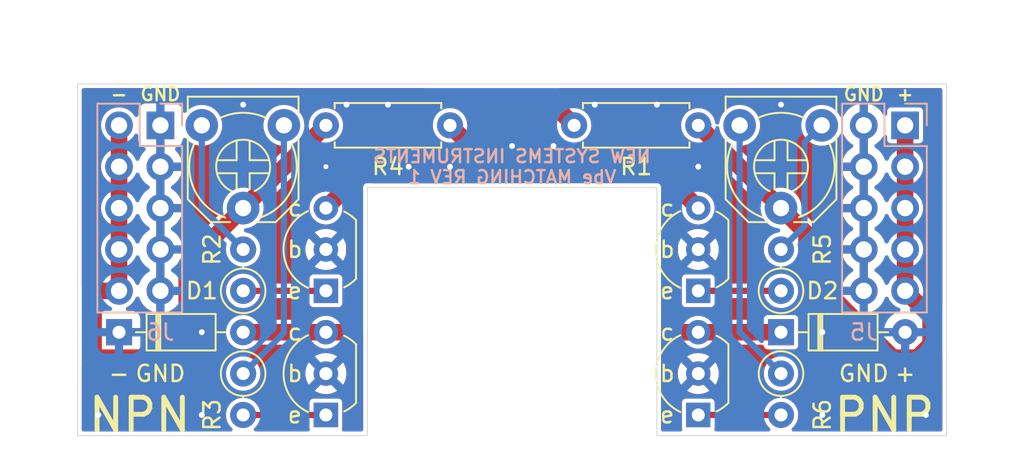
<source format=kicad_pcb>
(kicad_pcb (version 20211014) (generator pcbnew)
  (layers (0 "F.Cu" signal) (31 "B.Cu" signal) (34 "B.Paste" user) (35 "F.Paste" user) (36 "B.SilkS" user "B.Silkscreen") (37 "F.SilkS" user "F.Silkscreen") (38 "B.Mask" user) (39 "F.Mask" user) (44 "Edge.Cuts" user))
  (net 0 "")
  (net 1 "Net-(D1-Pad2)")
  (net 2 "GND")
  (net 3 "Net-(D2-Pad1)")
  (net 4 "VCC")
  (net 5 "Net-(R2-Pad2)")
  (net 6 "VEE")
  (net 7 "Net-(R5-Pad2)")
  (net 8 "Net-(Q1-Pad1)")
  (net 9 "Net-(Q2-Pad1)")
  (net 10 "Net-(Q3-Pad1)")
  (net 11 "Net-(Q4-Pad1)")
  (net 12 "Net-(R3-Pad1)")
  (net 13 "Net-(R6-Pad1)")
  (footprint "Diode_THT:D_DO-35_SOD27_P7.62mm_Horizontal" (layer "F.Cu") (at -24.13 2.54)
    (fp_text reference "D1" (at 5.08 -2.54) (layer "F.SilkS"))
    (fp_text value "1N4148")
    (fp_line (start 1.04 0) (end 1.69 0) (layer "F.SilkS") (width 0.12))
    (fp_line (start 1.69 -1.12) (end 1.69 1.12) (layer "F.SilkS") (width 0.12))
    (fp_line (start 6.58 0) (end 5.93 0) (layer "F.SilkS") (width 0.12))
    (fp_line (start 5.93 -1.12) (end 1.69 -1.12) (layer "F.SilkS") (width 0.12))
    (fp_line (start 1.69 1.12) (end 5.93 1.12) (layer "F.SilkS") (width 0.12))
    (fp_line (start 2.53 -1.12) (end 2.53 1.12) (layer "F.SilkS") (width 0.12))
    (fp_line (start 2.41 -1.12) (end 2.41 1.12) (layer "F.SilkS") (width 0.12))
    (fp_line (start 5.93 1.12) (end 5.93 -1.12) (layer "F.SilkS") (width 0.12))
    (fp_line (start 2.29 -1.12) (end 2.29 1.12) (layer "F.SilkS") (width 0.12))
    (pad "1" thru_hole rect locked (at 0 0) (size 1.6 1.6) (drill 0.8) (layers *.Cu *.Mask) (net 2 "GND"))
    (pad "2" thru_hole oval locked (at 7.62 0) (size 1.6 1.6) (drill 0.8) (layers *.Cu *.Mask) (net 1 "Net-(D1-Pad2)"))
  )
  (footprint "Diode_THT:D_DO-35_SOD27_P7.62mm_Horizontal" (layer "F.Cu") (at 16.51 2.54)
    (fp_text reference "D2" (at 2.54 -2.54) (layer "F.SilkS"))
    (fp_text value "1N4148")
    (fp_line (start 5.93 1.12) (end 5.93 -1.12) (layer "F.SilkS") (width 0.12))
    (fp_line (start 2.53 -1.12) (end 2.53 1.12) (layer "F.SilkS") (width 0.12))
    (fp_line (start 1.04 0) (end 1.69 0) (layer "F.SilkS") (width 0.12))
    (fp_line (start 2.29 -1.12) (end 2.29 1.12) (layer "F.SilkS") (width 0.12))
    (fp_line (start 5.93 -1.12) (end 1.69 -1.12) (layer "F.SilkS") (width 0.12))
    (fp_line (start 1.69 1.12) (end 5.93 1.12) (layer "F.SilkS") (width 0.12))
    (fp_line (start 1.69 -1.12) (end 1.69 1.12) (layer "F.SilkS") (width 0.12))
    (fp_line (start 6.58 0) (end 5.93 0) (layer "F.SilkS") (width 0.12))
    (fp_line (start 2.41 -1.12) (end 2.41 1.12) (layer "F.SilkS") (width 0.12))
    (pad "1" thru_hole rect locked (at 0 0) (size 1.6 1.6) (drill 0.8) (layers *.Cu *.Mask) (net 3 "Net-(D2-Pad1)"))
    (pad "2" thru_hole oval locked (at 7.62 0) (size 1.6 1.6) (drill 0.8) (layers *.Cu *.Mask) (net 2 "GND"))
  )
  (footprint "Package_TO_SOT_THT:TO-92_Inline_Wide" (layer "F.Cu") (at -11.43 0 90)
    (fp_text reference "Q1" hide)
    (fp_text value "2N3904")
    (fp_line (start 0.74 1.85) (end 4.34 1.85) (layer "F.SilkS") (width 0.12))
    (fp_arc (start 2.54 -2.6) (mid 3.936979 -2.192818) (end 4.8964 -1.098807) (layer "F.SilkS") (width 0.12))
    (fp_arc (start 4.864184 1.122795) (mid 4.633903 1.509328) (end 4.34 1.85) (layer "F.SilkS") (width 0.12))
    (fp_arc (start 0.74 1.85) (mid 0.446097 1.509328) (end 0.215816 1.122795) (layer "F.SilkS") (width 0.12))
    (fp_arc (start 0.1836 -1.098807) (mid 1.143021 -2.192817) (end 2.54 -2.6) (layer "F.SilkS") (width 0.12))
    (pad "1" thru_hole rect locked (at 0 0 180) (size 1.5 1.5) (drill 0.8) (layers *.Cu *.Mask) (net 8 "Net-(Q1-Pad1)"))
    (pad "2" thru_hole circle locked (at 2.54 0 180) (size 1.5 1.5) (drill 0.8) (layers *.Cu *.Mask) (net 2 "GND"))
    (pad "3" thru_hole circle locked (at 5.08 0 180) (size 1.5 1.5) (drill 0.8) (layers *.Cu *.Mask) (net 1 "Net-(D1-Pad2)"))
  )
  (footprint "Package_TO_SOT_THT:TO-92_Inline_Wide" (layer "F.Cu") (at -11.43 7.62 90)
    (fp_text reference "Q2" hide)
    (fp_text value "2N3904")
    (fp_line (start 0.74 1.85) (end 4.34 1.85) (layer "F.SilkS") (width 0.12))
    (fp_arc (start 0.74 1.85) (mid 0.446097 1.509328) (end 0.215816 1.122795) (layer "F.SilkS") (width 0.12))
    (fp_arc (start 0.1836 -1.098807) (mid 1.143021 -2.192817) (end 2.54 -2.6) (layer "F.SilkS") (width 0.12))
    (fp_arc (start 2.54 -2.6) (mid 3.936979 -2.192818) (end 4.8964 -1.098807) (layer "F.SilkS") (width 0.12))
    (fp_arc (start 4.864184 1.122795) (mid 4.633903 1.509328) (end 4.34 1.85) (layer "F.SilkS") (width 0.12))
    (pad "1" thru_hole rect locked (at 0 0 180) (size 1.5 1.5) (drill 0.8) (layers *.Cu *.Mask) (net 9 "Net-(Q2-Pad1)"))
    (pad "2" thru_hole circle locked (at 2.54 0 180) (size 1.5 1.5) (drill 0.8) (layers *.Cu *.Mask) (net 2 "GND"))
    (pad "3" thru_hole circle locked (at 5.08 0 180) (size 1.5 1.5) (drill 0.8) (layers *.Cu *.Mask) (net 1 "Net-(D1-Pad2)"))
  )
  (footprint "Package_TO_SOT_THT:TO-92_Inline_Wide" (layer "F.Cu") (at 11.43 0 90)
    (fp_text reference "Q3" hide)
    (fp_text value "2N3906")
    (fp_line (start 0.74 1.85) (end 4.34 1.85) (layer "F.SilkS") (width 0.12))
    (fp_arc (start 4.864184 1.122795) (mid 4.633903 1.509328) (end 4.34 1.85) (layer "F.SilkS") (width 0.12))
    (fp_arc (start 0.74 1.85) (mid 0.446097 1.509328) (end 0.215816 1.122795) (layer "F.SilkS") (width 0.12))
    (fp_arc (start 0.1836 -1.098807) (mid 1.143021 -2.192817) (end 2.54 -2.6) (layer "F.SilkS") (width 0.12))
    (fp_arc (start 2.54 -2.6) (mid 3.936979 -2.192818) (end 4.8964 -1.098807) (layer "F.SilkS") (width 0.12))
    (pad "1" thru_hole rect locked (at 0 0 180) (size 1.5 1.5) (drill 0.8) (layers *.Cu *.Mask) (net 10 "Net-(Q3-Pad1)"))
    (pad "2" thru_hole circle locked (at 2.54 0 180) (size 1.5 1.5) (drill 0.8) (layers *.Cu *.Mask) (net 2 "GND"))
    (pad "3" thru_hole circle locked (at 5.08 0 180) (size 1.5 1.5) (drill 0.8) (layers *.Cu *.Mask) (net 3 "Net-(D2-Pad1)"))
  )
  (footprint "Package_TO_SOT_THT:TO-92_Inline_Wide" (layer "F.Cu") (at 11.43 7.62 90)
    (fp_text reference "Q4" hide)
    (fp_text value "2N3906")
    (fp_line (start 0.74 1.85) (end 4.34 1.85) (layer "F.SilkS") (width 0.12))
    (fp_arc (start 0.1836 -1.098807) (mid 1.143021 -2.192817) (end 2.54 -2.6) (layer "F.SilkS") (width 0.12))
    (fp_arc (start 0.74 1.85) (mid 0.446097 1.509328) (end 0.215816 1.122795) (layer "F.SilkS") (width 0.12))
    (fp_arc (start 4.864184 1.122795) (mid 4.633903 1.509328) (end 4.34 1.85) (layer "F.SilkS") (width 0.12))
    (fp_arc (start 2.54 -2.6) (mid 3.936979 -2.192818) (end 4.8964 -1.098807) (layer "F.SilkS") (width 0.12))
    (pad "1" thru_hole rect locked (at 0 0 180) (size 1.5 1.5) (drill 0.8) (layers *.Cu *.Mask) (net 11 "Net-(Q4-Pad1)"))
    (pad "2" thru_hole circle locked (at 2.54 0 180) (size 1.5 1.5) (drill 0.8) (layers *.Cu *.Mask) (net 2 "GND"))
    (pad "3" thru_hole circle locked (at 5.08 0 180) (size 1.5 1.5) (drill 0.8) (layers *.Cu *.Mask) (net 3 "Net-(D2-Pad1)"))
  )
  (footprint "Resistor_THT:R_Axial_DIN0207_L6.3mm_D2.5mm_P7.62mm_Horizontal" (layer "F.Cu") (at 11.43 -10.16 180)
    (fp_text reference "R1" (at 3.81 -2.54 180) (layer "F.SilkS"))
    (fp_text value "3.9k")
    (fp_line (start 7.08 -1.37) (end 7.08 -1.04) (layer "F.SilkS") (width 0.12))
    (fp_line (start 0.54 -1.04) (end 0.54 -1.37) (layer "F.SilkS") (width 0.12))
    (fp_line (start 7.08 1.37) (end 7.08 1.04) (layer "F.SilkS") (width 0.12))
    (fp_line (start 0.54 1.04) (end 0.54 1.37) (layer "F.SilkS") (width 0.12))
    (fp_line (start 0.54 -1.37) (end 7.08 -1.37) (layer "F.SilkS") (width 0.12))
    (fp_line (start 0.54 1.37) (end 7.08 1.37) (layer "F.SilkS") (width 0.12))
    (pad "1" thru_hole circle locked (at 0 0 180) (size 1.6 1.6) (drill 0.8) (layers *.Cu *.Mask) (net 4 "VCC"))
    (pad "2" thru_hole oval locked (at 7.62 0 180) (size 1.6 1.6) (drill 0.8) (layers *.Cu *.Mask) (net 1 "Net-(D1-Pad2)"))
  )
  (footprint "Resistor_THT:R_Axial_DIN0207_L6.3mm_D2.5mm_P2.54mm_Vertical" (layer "F.Cu") (at -16.51 0 90)
    (fp_text reference "R2" (at 2.54 -1.905 90) (layer "F.SilkS"))
    (fp_text value "100k")
    (fp_line (start 1.37 0) (end 1.44 0) (layer "F.SilkS") (width 0.12))
    (fp_circle (center 0 0) (end 1.37 0) (layer "F.SilkS") (width 0.12) (fill none))
    (pad "1" thru_hole circle locked (at 0 0 90) (size 1.6 1.6) (drill 0.8) (layers *.Cu *.Mask) (net 8 "Net-(Q1-Pad1)"))
    (pad "2" thru_hole oval locked (at 2.54 0 90) (size 1.6 1.6) (drill 0.8) (layers *.Cu *.Mask) (net 5 "Net-(R2-Pad2)"))
  )
  (footprint "Resistor_THT:R_Axial_DIN0207_L6.3mm_D2.5mm_P2.54mm_Vertical" (layer "F.Cu") (at -16.51 5.08 -90)
    (fp_text reference "R3" (at 2.54 1.905 -90) (layer "F.SilkS"))
    (fp_text value "100k")
    (fp_line (start 1.37 0) (end 1.44 0) (layer "F.SilkS") (width 0.12))
    (fp_circle (center 0 0) (end 1.37 0) (layer "F.SilkS") (width 0.12) (fill none))
    (pad "1" thru_hole circle locked (at 0 0 270) (size 1.6 1.6) (drill 0.8) (layers *.Cu *.Mask) (net 12 "Net-(R3-Pad1)"))
    (pad "2" thru_hole oval locked (at 2.54 0 270) (size 1.6 1.6) (drill 0.8) (layers *.Cu *.Mask) (net 9 "Net-(Q2-Pad1)"))
  )
  (footprint "Resistor_THT:R_Axial_DIN0207_L6.3mm_D2.5mm_P7.62mm_Horizontal" (layer "F.Cu") (at -11.43 -10.16)
    (fp_text reference "R4" (at 3.81 2.54) (layer "F.SilkS"))
    (fp_text value "3.9k")
    (fp_line (start 0.54 1.04) (end 0.54 1.37) (layer "F.SilkS") (width 0.12))
    (fp_line (start 0.54 -1.37) (end 7.08 -1.37) (layer "F.SilkS") (width 0.12))
    (fp_line (start 7.08 1.37) (end 7.08 1.04) (layer "F.SilkS") (width 0.12))
    (fp_line (start 0.54 -1.04) (end 0.54 -1.37) (layer "F.SilkS") (width 0.12))
    (fp_line (start 0.54 1.37) (end 7.08 1.37) (layer "F.SilkS") (width 0.12))
    (fp_line (start 7.08 -1.37) (end 7.08 -1.04) (layer "F.SilkS") (width 0.12))
    (pad "1" thru_hole circle locked (at 0 0) (size 1.6 1.6) (drill 0.8) (layers *.Cu *.Mask) (net 6 "VEE"))
    (pad "2" thru_hole oval locked (at 7.62 0) (size 1.6 1.6) (drill 0.8) (layers *.Cu *.Mask) (net 3 "Net-(D2-Pad1)"))
  )
  (footprint "Resistor_THT:R_Axial_DIN0207_L6.3mm_D2.5mm_P2.54mm_Vertical" (layer "F.Cu") (at 16.51 0 90)
    (fp_text reference "R5" (at 2.54 2.54 90) (layer "F.SilkS"))
    (fp_text value "100k")
    (fp_line (start 1.37 0) (end 1.44 0) (layer "F.SilkS") (width 0.12))
    (fp_circle (center 0 0) (end 1.37 0) (layer "F.SilkS") (width 0.12) (fill none))
    (pad "1" thru_hole circle locked (at 0 0 90) (size 1.6 1.6) (drill 0.8) (layers *.Cu *.Mask) (net 10 "Net-(Q3-Pad1)"))
    (pad "2" thru_hole oval locked (at 2.54 0 90) (size 1.6 1.6) (drill 0.8) (layers *.Cu *.Mask) (net 7 "Net-(R5-Pad2)"))
  )
  (footprint "Resistor_THT:R_Axial_DIN0207_L6.3mm_D2.5mm_P2.54mm_Vertical" (layer "F.Cu") (at 16.51 5.08 -90)
    (fp_text reference "R6" (at 2.54 -2.54 -90) (layer "F.SilkS"))
    (fp_text value "100k")
    (fp_line (start 1.37 0) (end 1.44 0) (layer "F.SilkS") (width 0.12))
    (fp_circle (center 0 0) (end 1.37 0) (layer "F.SilkS") (width 0.12) (fill none))
    (pad "1" thru_hole circle locked (at 0 0 270) (size 1.6 1.6) (drill 0.8) (layers *.Cu *.Mask) (net 13 "Net-(R6-Pad1)"))
    (pad "2" thru_hole oval locked (at 2.54 0 270) (size 1.6 1.6) (drill 0.8) (layers *.Cu *.Mask) (net 11 "Net-(Q4-Pad1)"))
  )
  (footprint "NSI Footprints:Pot_TT_36F" (layer "F.Cu") (at -16.51 -7.62 180)
    (fp_text reference "RV1" hide)
    (fp_text value "10k")
    (fp_line (start -0.4 -1.4) (end -0.4 -0.4) (layer "F.SilkS") (width 0.12))
    (fp_line (start -3.4 4.3) (end 3.4 4.3) (layer "F.SilkS") (width 0.12))
    (fp_line (start -3.4 3.3) (end -3.4 4.3) (layer "F.SilkS") (width 0.12))
    (fp_line (start -0.4 0.4) (end -0.4 1.6) (layer "F.SilkS") (width 0.12))
    (fp_line (start -0.4 -0.4) (end -1.6 -0.4) (layer "F.SilkS") (width 0.12))
    (fp_line (start 3.4 -2) (end 3.4 1.8) (layer "F.SilkS") (width 0.12))
    (fp_line (start -2 -3.4) (end -3.4 -2) (layer "F.SilkS") (width 0.12))
    (fp_line (start 3.4 -2) (end 2 -3.4) (layer "F.SilkS") (width 0.12))
    (fp_line (start 1.6 -0.4) (end 0.4 -0.4) (layer "F.SilkS") (width 0.12))
    (fp_line (start -3.4 1.8) (end -3.4 -2) (layer "F.SilkS") (width 0.12))
    (fp_line (start 0.4 0.4) (end 1.6 0.4) (layer "F.SilkS") (width 0.12))
    (fp_line (start -1.6 0.4) (end -0.4 0.4) (layer "F.SilkS") (width 0.12))
    (fp_line (start -2 -3.4) (end -0.8 -3.4) (layer "F.SilkS") (width 0.12))
    (fp_line (start 0.4 -0.4) (end 0.4 -1.4) (layer "F.SilkS") (width 0.12))
    (fp_line (start 0.8 -3.4) (end 2 -3.4) (layer "F.SilkS") (width 0.12))
    (fp_line (start 3.4 4.3) (end 3.4 3.3) (layer "F.SilkS") (width 0.12))
    (fp_line (start 0.4 1.6) (end 0.4 0.4) (layer "F.SilkS") (width 0.12))
    (fp_arc (start -2.977335 1.398383) (mid -3.035626 -1.266875) (end -1.1 -3.1) (layer "F.SilkS") (width 0.12))
    (fp_arc (start 1.107094 -3.119991) (mid 3.053627 -1.278814) (end 3 1.4) (layer "F.SilkS") (width 0.12))
    (fp_arc (start 1.4 3) (mid 0 3.310589) (end -1.4 3) (layer "F.SilkS") (width 0.12))
    (fp_arc (start 0.7 -1.5) (mid 0 1.655295) (end -0.7 -1.5) (layer "F.SilkS") (width 0.12))
    (pad "1" thru_hole circle locked (at -2.5 2.54 180) (size 2 2) (drill 1) (layers *.Cu *.Mask) (net 12 "Net-(R3-Pad1)"))
    (pad "2" thru_hole circle locked (at 0 -2.54 180) (size 2 2) (drill 1) (layers *.Cu *.Mask) (net 6 "VEE"))
    (pad "3" thru_hole circle locked (at 2.54 2.54 180) (size 2 2) (drill 1) (layers *.Cu *.Mask) (net 5 "Net-(R2-Pad2)"))
  )
  (footprint "NSI Footprints:Pot_TT_36F" (layer "F.Cu") (at 16.51 -7.62 180)
    (fp_text reference "RV2" hide)
    (fp_text value "10k")
    (fp_line (start 3.4 4.3) (end 3.4 3.3) (layer "F.SilkS") (width 0.12))
    (fp_line (start -3.4 3.3) (end -3.4 4.3) (layer "F.SilkS") (width 0.12))
    (fp_line (start 0.4 1.6) (end 0.4 0.4) (layer "F.SilkS") (width 0.12))
    (fp_line (start -3.4 4.3) (end 3.4 4.3) (layer "F.SilkS") (width 0.12))
    (fp_line (start 0.4 0.4) (end 1.6 0.4) (layer "F.SilkS") (width 0.12))
    (fp_line (start -0.4 -1.4) (end -0.4 -0.4) (layer "F.SilkS") (width 0.12))
    (fp_line (start -2 -3.4) (end -0.8 -3.4) (layer "F.SilkS") (width 0.12))
    (fp_line (start -0.4 -0.4) (end -1.6 -0.4) (layer "F.SilkS") (width 0.12))
    (fp_line (start -3.4 1.8) (end -3.4 -2) (layer "F.SilkS") (width 0.12))
    (fp_line (start 3.4 -2) (end 3.4 1.8) (layer "F.SilkS") (width 0.12))
    (fp_line (start -2 -3.4) (end -3.4 -2) (layer "F.SilkS") (width 0.12))
    (fp_line (start -1.6 0.4) (end -0.4 0.4) (layer "F.SilkS") (width 0.12))
    (fp_line (start 1.6 -0.4) (end 0.4 -0.4) (layer "F.SilkS") (width 0.12))
    (fp_line (start 0.8 -3.4) (end 2 -3.4) (layer "F.SilkS") (width 0.12))
    (fp_line (start -0.4 0.4) (end -0.4 1.6) (layer "F.SilkS") (width 0.12))
    (fp_line (start 0.4 -0.4) (end 0.4 -1.4) (layer "F.SilkS") (width 0.12))
    (fp_line (start 3.4 -2) (end 2 -3.4) (layer "F.SilkS") (width 0.12))
    (fp_arc (start 1.4 3) (mid 0 3.310589) (end -1.4 3) (layer "F.SilkS") (width 0.12))
    (fp_arc (start -2.977335 1.398383) (mid -3.035626 -1.266875) (end -1.1 -3.1) (layer "F.SilkS") (width 0.12))
    (fp_arc (start 0.7 -1.5) (mid 0 1.655295) (end -0.7 -1.5) (layer "F.SilkS") (width 0.12))
    (fp_arc (start 1.107094 -3.119991) (mid 3.053627 -1.278814) (end 3 1.4) (layer "F.SilkS") (width 0.12))
    (pad "1" thru_hole circle locked (at -2.5 2.54 180) (size 2 2) (drill 1) (layers *.Cu *.Mask) (net 7 "Net-(R5-Pad2)"))
    (pad "2" thru_hole circle locked (at 0 -2.54 180) (size 2 2) (drill 1) (layers *.Cu *.Mask) (net 4 "VCC"))
    (pad "3" thru_hole circle locked (at 2.54 2.54 180) (size 2 2) (drill 1) (layers *.Cu *.Mask) (net 13 "Net-(R6-Pad1)"))
  )
  (footprint "Connector_PinHeader_2.54mm:PinHeader_2x05_P2.54mm_Vertical" (layer "B.Cu") (at 24.13 -10.16 180)
    (fp_text reference "J5" (at 2.54 -12.7 180) (layer "B.SilkS") (effects (justify mirror)))
    (fp_text value "Conn_02x05_Odd_Even")
    (fp_line (start 1.27 1.33) (end 3.87 1.33) (layer "B.SilkS") (width 0.12))
    (fp_line (start -1.33 -1.27) (end -1.33 -11.49) (layer "B.SilkS") (width 0.12))
    (fp_line (start 1.27 -1.27) (end 1.27 1.33) (layer "B.SilkS") (width 0.12))
    (fp_line (start -1.33 0) (end -1.33 1.33) (layer "B.SilkS") (width 0.12))
    (fp_line (start -1.33 1.33) (end 0 1.33) (layer "B.SilkS") (width 0.12))
    (fp_line (start -1.33 -11.49) (end 3.87 -11.49) (layer "B.SilkS") (width 0.12))
    (fp_line (start 3.87 1.33) (end 3.87 -11.49) (layer "B.SilkS") (width 0.12))
    (fp_line (start -1.33 -1.27) (end 1.27 -1.27) (layer "B.SilkS") (width 0.12))
    (pad "1" thru_hole rect locked (at 0 0 180) (size 1.7 1.7) (drill 1) (layers *.Cu *.Mask) (net 4 "VCC"))
    (pad "2" thru_hole oval locked (at 2.54 0 180) (size 1.7 1.7) (drill 1) (layers *.Cu *.Mask) (net 2 "GND"))
    (pad "3" thru_hole oval locked (at 0 -2.54 180) (size 1.7 1.7) (drill 1) (layers *.Cu *.Mask) (net 4 "VCC"))
    (pad "4" thru_hole oval locked (at 2.54 -2.54 180) (size 1.7 1.7) (drill 1) (layers *.Cu *.Mask) (net 2 "GND"))
    (pad "5" thru_hole oval locked (at 0 -5.08 180) (size 1.7 1.7) (drill 1) (layers *.Cu *.Mask) (net 4 "VCC"))
    (pad "6" thru_hole oval locked (at 2.54 -5.08 180) (size 1.7 1.7) (drill 1) (layers *.Cu *.Mask) (net 2 "GND"))
    (pad "7" thru_hole oval locked (at 0 -7.62 180) (size 1.7 1.7) (drill 1) (layers *.Cu *.Mask) (net 4 "VCC"))
    (pad "8" thru_hole oval locked (at 2.54 -7.62 180) (size 1.7 1.7) (drill 1) (layers *.Cu *.Mask) (net 2 "GND"))
    (pad "9" thru_hole oval locked (at 0 -10.16 180) (size 1.7 1.7) (drill 1) (layers *.Cu *.Mask) (net 4 "VCC"))
    (pad "10" thru_hole oval locked (at 2.54 -10.16 180) (size 1.7 1.7) (drill 1) (layers *.Cu *.Mask) (net 2 "GND"))
  )
  (footprint "Connector_PinHeader_2.54mm:PinHeader_2x05_P2.54mm_Vertical" (layer "B.Cu") (at -21.59 -10.16 180)
    (fp_text reference "J6" (at 0 -12.7 180) (layer "B.SilkS") (effects (justify mirror)))
    (fp_text value "Conn_02x05_Odd_Even")
    (fp_line (start -1.33 -1.27) (end 1.27 -1.27) (layer "B.SilkS") (width 0.12))
    (fp_line (start 1.27 1.33) (end 3.87 1.33) (layer "B.SilkS") (width 0.12))
    (fp_line (start -1.33 0) (end -1.33 1.33) (layer "B.SilkS") (width 0.12))
    (fp_line (start 3.87 1.33) (end 3.87 -11.49) (layer "B.SilkS") (width 0.12))
    (fp_line (start -1.33 1.33) (end 0 1.33) (layer "B.SilkS") (width 0.12))
    (fp_line (start -1.33 -1.27) (end -1.33 -11.49) (layer "B.SilkS") (width 0.12))
    (fp_line (start 1.27 -1.27) (end 1.27 1.33) (layer "B.SilkS") (width 0.12))
    (fp_line (start -1.33 -11.49) (end 3.87 -11.49) (layer "B.SilkS") (width 0.12))
    (pad "1" thru_hole rect locked (at 0 0 180) (size 1.7 1.7) (drill 1) (layers *.Cu *.Mask) (net 2 "GND"))
    (pad "2" thru_hole oval locked (at 2.54 0 180) (size 1.7 1.7) (drill 1) (layers *.Cu *.Mask) (net 6 "VEE"))
    (pad "3" thru_hole oval locked (at 0 -2.54 180) (size 1.7 1.7) (drill 1) (layers *.Cu *.Mask) (net 2 "GND"))
    (pad "4" thru_hole oval locked (at 2.54 -2.54 180) (size 1.7 1.7) (drill 1) (layers *.Cu *.Mask) (net 6 "VEE"))
    (pad "5" thru_hole oval locked (at 0 -5.08 180) (size 1.7 1.7) (drill 1) (layers *.Cu *.Mask) (net 2 "GND"))
    (pad "6" thru_hole oval locked (at 2.54 -5.08 180) (size 1.7 1.7) (drill 1) (layers *.Cu *.Mask) (net 6 "VEE"))
    (pad "7" thru_hole oval locked (at 0 -7.62 180) (size 1.7 1.7) (drill 1) (layers *.Cu *.Mask) (net 2 "GND"))
    (pad "8" thru_hole oval locked (at 2.54 -7.62 180) (size 1.7 1.7) (drill 1) (layers *.Cu *.Mask) (net 6 "VEE"))
    (pad "9" thru_hole oval locked (at 0 -10.16 180) (size 1.7 1.7) (drill 1) (layers *.Cu *.Mask) (net 2 "GND"))
    (pad "10" thru_hole oval locked (at 2.54 -10.16 180) (size 1.7 1.7) (drill 1) (layers *.Cu *.Mask) (net 6 "VEE"))
  )
  (gr_line (start -26.67 8.89) (end -26.67 -12.7) (layer "Edge.Cuts") (width 0.05))
  (gr_line (start -8.89 8.89) (end -8.89 -6.35) (layer "Edge.Cuts") (width 0.05))
  (gr_line (start 8.89 -6.35) (end 8.89 8.89) (layer "Edge.Cuts") (width 0.05))
  (gr_line (start -8.89 8.89) (end -26.67 8.89) (layer "Edge.Cuts") (width 0.05))
  (gr_line (start -8.89 -6.35) (end 8.89 -6.35) (layer "Edge.Cuts") (width 0.05))
  (gr_line (start 8.89 8.89) (end 26.67 8.89) (layer "Edge.Cuts") (width 0.05))
  (gr_line (start 26.67 8.89) (end 26.67 -12.7) (layer "Edge.Cuts") (width 0.05))
  (gr_line (start -26.67 -12.7) (end 26.67 -12.7) (layer "Edge.Cuts") (width 0.05))
  (gr_text "NEW SYSTEMS INSTRUMENTS\nVbe MATCHING REV 1" (at 0 -7.62) (layer "B.SilkS") (effects (font (size 0.8 0.8)) (justify mirror)))
  (gr_text "e" (at -13.335 0) (layer "F.SilkS") (effects (font (size 1 1))))
  (gr_text "c" (at -13.335 -5.08) (layer "F.SilkS") (effects (font (size 1 1))))
  (gr_text "b" (at -13.335 -2.54) (layer "F.SilkS") (effects (font (size 1 1))))
  (gr_text "c" (at 9.525 2.54) (layer "F.SilkS") (effects (font (size 1 1))))
  (gr_text "e" (at 9.525 7.62) (layer "F.SilkS") (effects (font (size 1 1))))
  (gr_text "b" (at 9.525 5.08) (layer "F.SilkS") (effects (font (size 1 1))))
  (gr_text "+" (at 24.13 5.08) (layer "F.SilkS") (effects (font (size 1 1))))
  (gr_text "e" (at -13.335 7.62) (layer "F.SilkS") (effects (font (size 1 1))))
  (gr_text "b" (at 9.525 -2.54) (layer "F.SilkS") (effects (font (size 1 1))))
  (gr_text "c" (at -13.335 2.54) (layer "F.SilkS") (effects (font (size 1 1))))
  (gr_text "GND" (at -21.59 5.08) (layer "F.SilkS") (effects (font (size 1 1))))
  (gr_text "PNP" (at 22.86 7.62) (layer "F.SilkS") (effects (font (size 2 2) (thickness 0.3))))
  (gr_text "-" (at -24.13 5.08) (layer "F.SilkS") (effects (font (size 1 1))))
  (gr_text "NPN" (at -22.86 7.62) (layer "F.SilkS") (effects (font (size 2 2) (thickness 0.3))))
  (gr_text "b" (at -13.335 5.08) (layer "F.SilkS") (effects (font (size 1 1))))
  (gr_text "e" (at 9.525 0) (layer "F.SilkS") (effects (font (size 1 1))))
  (gr_text "c" (at 9.525 -5.08) (layer "F.SilkS") (effects (font (size 1 1))))
  (gr_text "-" (at -24.13 -12.065) (layer "F.SilkS") (effects (font (size 0.8 0.8))))
  (gr_text "GND" (at 21.59 5.08) (layer "F.SilkS") (effects (font (size 1 1))))
  (gr_text "GND" (at 21.59 -12.065) (layer "F.SilkS") (effects (font (size 0.8 0.8))))
  (gr_text "+" (at 24.13 -12.065) (layer "F.SilkS") (effects (font (size 0.8 0.8))))
  (gr_text "GND" (at -21.59 -12.065) (layer "F.SilkS") (effects (font (size 0.8 0.8))))
  (segment (start -4.787999 -11.722001) (end -8.89 -7.62) (width 1.016) (layer "F.Cu") (net 1))
  (segment (start -10.680001 -5.829999) (end -11.43 -5.08) (width 1.016) (layer "F.Cu") (net 1))
  (segment (start -9.67701 -6.83299) (end -8.89 -7.62) (width 1.016) (layer "F.Cu") (net 1))
  (segment (start -11.43 2.54) (end -10.36934 2.54) (width 1.016) (layer "F.Cu") (net 1))
  (segment (start 3.81 -10.16) (end 2.247999 -11.722001) (width 1.016) (layer "F.Cu") (net 1))
  (segment (start -9.67701 1.84767) (end -9.67701 -3.32701) (width 1.016) (layer "F.Cu") (net 1))
  (segment (start -8.89 -7.62) (end -10.680001 -5.829999) (width 1.016) (layer "F.Cu") (net 1))
  (segment (start -9.67701 1.84767) (end -9.67701 -6.83299) (width 1.016) (layer "F.Cu") (net 1))
  (segment (start -11.43 2.54) (end -16.51 2.54) (width 1.016) (layer "F.Cu") (net 1))
  (segment (start -10.36934 2.54) (end -9.67701 1.84767) (width 1.016) (layer "F.Cu") (net 1))
  (segment (start 2.247999 -11.722001) (end -4.787999 -11.722001) (width 1.016) (layer "F.Cu") (net 1))
  (via (at -6.35 -7.62) (size 0.866963) (drill 0.358963) (layers "F.Cu" "B.Cu") (net 2))
  (via (at 19.05 7.62) (size 0.866963) (drill 0.358963) (layers "F.Cu" "B.Cu") (net 2))
  (via (at 25.4 7.62) (size 0.866963) (drill 0.358963) (layers "F.Cu" "B.Cu") (net 2))
  (via (at -11.43 -7.62) (size 0.808) (drill 0.3) (layers "F.Cu" "B.Cu") (net 2))
  (via (at 16.51 -11.43) (size 0.866963) (drill 0.358963) (layers "F.Cu" "B.Cu") (net 2))
  (via (at 5.08 -11.43) (size 0.866963) (drill 0.358963) (layers "F.Cu" "B.Cu") (net 2))
  (via (at -16.51 -11.43) (size 0.866963) (drill 0.358963) (layers "F.Cu" "B.Cu") (net 2))
  (via (at 0 -8.89) (size 0.866963) (drill 0.358963) (layers "F.Cu" "B.Cu") (net 2))
  (via (at 19.05 2.54) (size 0.866963) (drill 0.358963) (layers "F.Cu" "B.Cu") (net 2))
  (via (at -10.16 -11.43) (size 0.866963) (drill 0.358963) (layers "F.Cu" "B.Cu") (net 2))
  (via (at -19.05 2.54) (size 0.866963) (drill 0.358963) (layers "F.Cu" "B.Cu") (net 2))
  (via (at 2.54 -8.89) (size 0.866963) (drill 0.358963) (layers "F.Cu" "B.Cu") (net 2))
  (via (at -3.81 -7.62) (size 0.866963) (drill 0.358963) (layers "F.Cu" "B.Cu") (net 2))
  (via (at 8.89 -11.43) (size 0.866963) (drill 0.358963) (layers "F.Cu" "B.Cu") (net 2))
  (via (at -25.4 7.62) (size 0.866963) (drill 0.358963) (layers "F.Cu" "B.Cu") (net 2))
  (via (at -19.05 7.62) (size 0.866963) (drill 0.358963) (layers "F.Cu" "B.Cu") (net 2))
  (via (at 11.43 -7.62) (size 0.866963) (drill 0.358963) (layers "F.Cu" "B.Cu") (net 2))
  (via (at -7.62 -11.43) (size 0.866963) (drill 0.358963) (layers "F.Cu" "B.Cu") (net 2))
  (segment (start 9.67701 -6.83299) (end 9.37299 -7.13701) (width 1.016) (layer "F.Cu") (net 3))
  (segment (start 16.51 2.54) (end 11.43 2.54) (width 1.016) (layer "F.Cu") (net 3))
  (segment (start 11.43 -5.08) (end 9.37299 -7.13701) (width 1.016) (layer "F.Cu") (net 3))
  (segment (start 10.36934 2.54) (end 9.67701 1.84767) (width 1.016) (layer "F.Cu") (net 3))
  (segment (start 9.67701 1.84767) (end 9.67701 -6.83299) (width 1.016) (layer "F.Cu") (net 3))
  (segment (start -3.010001 -9.360001) (end -3.81 -10.16) (width 1.016) (layer "F.Cu") (net 3))
  (segment (start 11.43 2.54) (end 10.36934 2.54) (width 1.016) (layer "F.Cu") (net 3))
  (segment (start -0.78701 -7.13701) (end -3.010001 -9.360001) (width 1.016) (layer "F.Cu") (net 3))
  (segment (start 9.37299 -7.13701) (end -0.78701 -7.13701) (width 1.016) (layer "F.Cu") (net 3))
  (segment (start 18.072001 -3.517999) (end 18.072001 -1.206237) (width 1.016) (layer "F.Cu") (net 4))
  (segment (start 24.13 0) (end 24.13 -10.16) (width 1.016) (layer "F.Cu") (net 4))
  (segment (start 24.979999 0.849999) (end 24.13 0) (width 1.016) (layer "F.Cu") (net 4))
  (segment (start 25.692001 3.289761) (end 25.692001 1.562001) (width 1.016) (layer "F.Cu") (net 4))
  (segment (start 25.692001 1.562001) (end 24.979999 0.849999) (width 1.016) (layer "F.Cu") (net 4))
  (segment (start 18.072001 -1.206237) (end 23.380239 4.102001) (width 1.016) (layer "F.Cu") (net 4))
  (segment (start 16.51 -5.08) (end 11.43 -10.16) (width 1.016) (layer "F.Cu") (net 4))
  (segment (start 16.51 -5.08) (end 18.072001 -3.517999) (width 1.016) (layer "F.Cu") (net 4))
  (segment (start 24.879761 4.102001) (end 25.692001 3.289761) (width 1.016) (layer "F.Cu") (net 4))
  (segment (start 23.380239 4.102001) (end 24.879761 4.102001) (width 1.016) (layer "F.Cu") (net 4))
  (segment (start -16.51 -2.54) (end -19.05 -5.08) (width 0.381) (layer "B.Cu") (net 5))
  (segment (start -19.05 -5.08) (end -19.05 -10.16) (width 0.381) (layer "B.Cu") (net 5))
  (segment (start -11.43 -10.16) (end -16.51 -5.08) (width 1.016) (layer "F.Cu") (net 6))
  (segment (start -22.720399 4.102001) (end -25.539601 4.102001) (width 1.016) (layer "F.Cu") (net 6))
  (segment (start -19.977999 1.359601) (end -22.720399 4.102001) (width 1.016) (layer "F.Cu") (net 6))
  (segment (start -19.977999 -1.612001) (end -19.977999 1.359601) (width 1.016) (layer "F.Cu") (net 6))
  (segment (start -25.692001 0.35992) (end -25.332081 0) (width 1.016) (layer "F.Cu") (net 6))
  (segment (start -16.51 -5.08) (end -19.977999 -1.612001) (width 1.016) (layer "F.Cu") (net 6))
  (segment (start -24.13 0) (end -24.13 -10.16) (width 1.016) (layer "F.Cu") (net 6))
  (segment (start -25.539601 4.102001) (end -25.692001 3.949601) (width 1.016) (layer "F.Cu") (net 6))
  (segment (start -25.332081 0) (end -24.13 0) (width 1.016) (layer "F.Cu") (net 6))
  (segment (start -25.692001 3.949601) (end -25.692001 0.35992) (width 1.016) (layer "F.Cu") (net 6))
  (segment (start 17.954501 -9.104501) (end 17.954501 -3.984501) (width 0.381) (layer "B.Cu") (net 7))
  (segment (start 17.309999 -3.339999) (end 16.51 -2.54) (width 0.381) (layer "B.Cu") (net 7))
  (segment (start 17.954501 -3.984501) (end 17.309999 -3.339999) (width 0.381) (layer "B.Cu") (net 7))
  (segment (start 19.01 -10.16) (end 17.954501 -9.104501) (width 0.381) (layer "B.Cu") (net 7))
  (segment (start -11.43 0) (end -16.51 0) (width 0.381) (layer "F.Cu") (net 8))
  (segment (start -11.43 7.62) (end -16.51 7.62) (width 0.381) (layer "F.Cu") (net 9))
  (segment (start 16.51 0) (end 11.43 0) (width 0.381) (layer "F.Cu") (net 10))
  (segment (start 16.51 7.62) (end 11.43 7.62) (width 0.381) (layer "F.Cu") (net 11))
  (segment (start -14.01 2.58) (end -14.01 -10.16) (width 0.381) (layer "B.Cu") (net 12))
  (segment (start -16.51 5.08) (end -14.01 2.58) (width 0.381) (layer "B.Cu") (net 12))
  (segment (start 13.97 2.54) (end 16.51 5.08) (width 0.381) (layer "B.Cu") (net 13))
  (segment (start 13.97 -10.16) (end 13.97 2.54) (width 0.381) (layer "B.Cu") (net 13))
  (zone (net 2) (net_name "GND") (layer "F.Cu") (connect_pads (clearance 0.254)) (min_thickness 0.254) (fill yes (thermal_gap 0.508) (thermal_bridge_width 0.508))
    (polygon (pts (xy 8.89 8.89) (xy 8.89 -6.35) (xy -8.89 -6.35) (xy -8.89 8.89) (xy -26.67 8.89) (xy -26.67 -12.7) (xy 26.67 -12.7) (xy 26.67 8.89)))
  )
  (zone (net 2) (net_name "GND") (layer "B.Cu") (connect_pads (clearance 0.254)) (min_thickness 0.254) (fill yes (thermal_gap 0.508) (thermal_bridge_width 0.508))
    (polygon (pts (xy -8.89 8.89) (xy -26.67 8.89) (xy -26.67 -12.7) (xy 26.67 -12.7) (xy 26.67 8.89) (xy 8.89 8.89) (xy 8.89 -6.35) (xy -8.89 -6.35)))
  )
)
</source>
